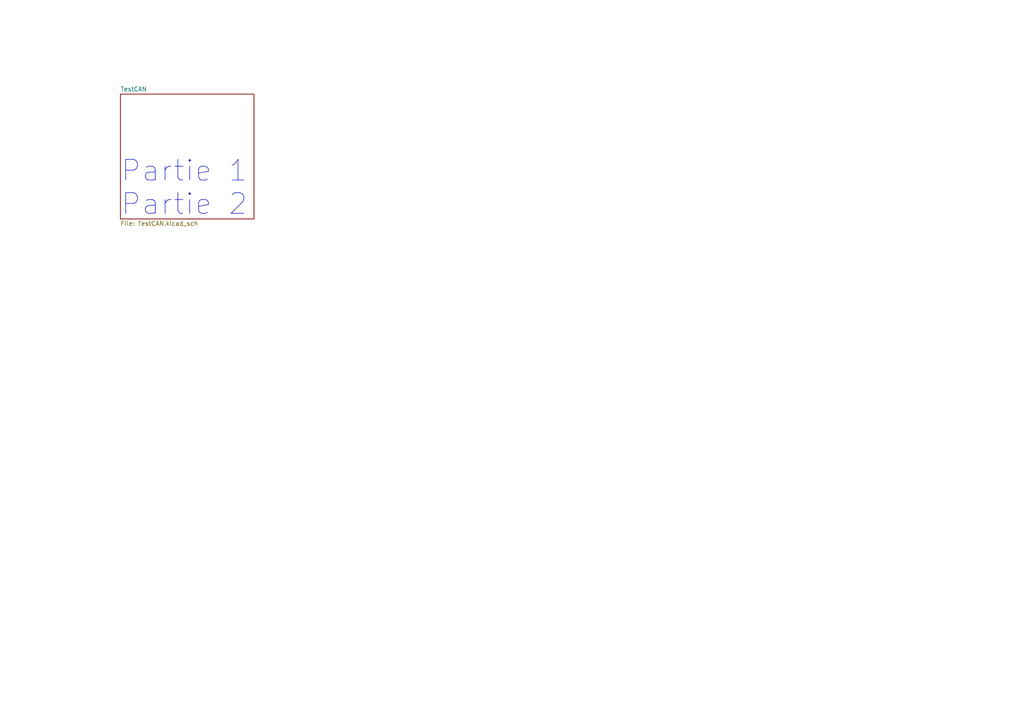
<source format=kicad_sch>
(kicad_sch (version 20230121) (generator eeschema)
  (paper "A4")
  (title_block (title "Projet capteur de temperature avec uC en assembleur") (date "2024-03-06") (company "ESME Ivry-sur-Seine") (comment 1 "Groupe 5 : A2S") (comment 2 "Membres : RAFFOUX JOIRE ANDRIANJAFINDRADILO"))
  (lib_symbols)
  (text "Partie 1\nPartie 2" (at 34.925 62.865 0) (effects (font (size 6 6)) (justify left bottom)))
  (sheet (at 34.925 27.305) (size 38.735 36.195) (stroke (width 0.1524))
    (property "Sheetname" "TestCAN" (at 34.925 26.5934 0) (effects (justify left bottom)))
    (property "Sheetfile" "TestCAN.kicad_sch" (at 34.925 64.0846 0) (effects (justify left top)))
  )
)
</source>
